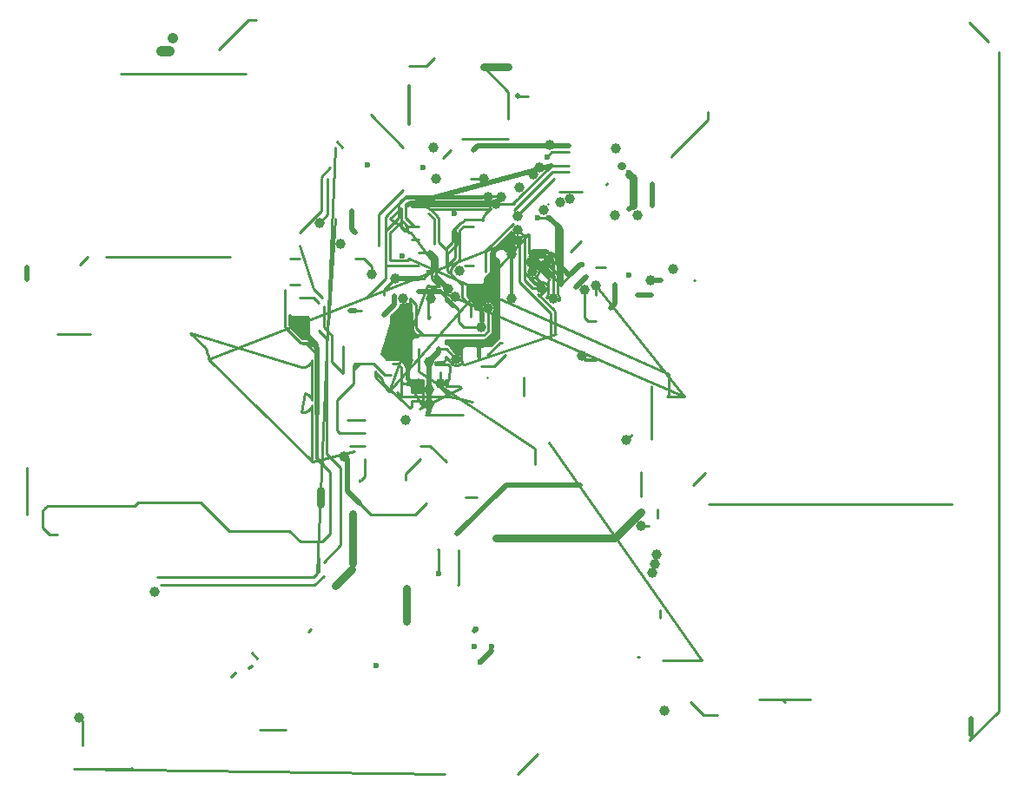
<source format=gbr>
From 723995c54131a132e8ab4bd8d9bbc1ca0eb1d3ee Mon Sep 17 00:00:00 2001
From: jaseg <git@jaseg.net>
Date: Mon, 18 Sep 2017 11:26:05 +0200
Subject: hw v0.4

---
 hw/chibi/chibi_2024/gerbers/chibi_2024-F.Cu.gbr | 1677 +++++++++++------------
 1 file changed, 837 insertions(+), 840 deletions(-)

(limited to 'hw/chibi/chibi_2024/gerbers/chibi_2024-F.Cu.gbr')

diff --git a/hw/chibi/chibi_2024/gerbers/chibi_2024-F.Cu.gbr b/hw/chibi/chibi_2024/gerbers/chibi_2024-F.Cu.gbr
index 60d154f..33791b6 100644
--- a/hw/chibi/chibi_2024/gerbers/chibi_2024-F.Cu.gbr
+++ b/hw/chibi/chibi_2024/gerbers/chibi_2024-F.Cu.gbr
@@ -1,7 +1,7 @@
 G04 #@! TF.FileFunction,Copper,L1,Top,Signal*
 %FSLAX46Y46*%
 G04 Gerber Fmt 4.6, Leading zero omitted, Abs format (unit mm)*
-G04 Created by KiCad (PCBNEW 4.0.6) date Wed Sep  6 14:36:40 2017*
+G04 Created by KiCad (PCBNEW 4.0.6) date Mon Sep 18 11:29:53 2017*
 %MOMM*%
 %LPD*%
 G01*
@@ -40,8 +40,8 @@ G04 APERTURE LIST*
 %ADD41C,0.600000*%
 %ADD42C,1.000000*%
 %ADD43C,1.000000*%
-%ADD44C,0.500000*%
-%ADD45C,0.254000*%
+%ADD44C,0.254000*%
+%ADD45C,0.500000*%
 %ADD46C,0.800000*%
 %ADD47C,0.350000*%
 %ADD48C,0.250000*%
@@ -455,18 +455,17 @@ X120650000Y-60960000D03*
 X130810000Y-60960000D03*
 X123190000Y-60960000D03*
 D41*
+X102900000Y-67000000D03*
+X104000000Y-67000000D03*
+X90297000Y-81153000D03*
 X96393000Y-79121000D03*
 X95885000Y-79121000D03*
-X94869000Y-79248000D03*
-X94234000Y-79121000D03*
-X90297000Y-81153000D03*
 X98806000Y-98298000D03*
 X93218000Y-101727000D03*
 X107188000Y-71628000D03*
 X111760000Y-72644000D03*
 X89662000Y-70739000D03*
 X92329000Y-72390000D03*
-X104013000Y-67056000D03*
 D42*
 X92710000Y-60198000D03*
 X92964000Y-63246000D03*
@@ -489,6 +488,7 @@ D41*
 X97300000Y-110400000D03*
 X96700000Y-108900000D03*
 X98400000Y-108900000D03*
+X103825000Y-61075000D03*
 X111800000Y-62650000D03*
 X87100000Y-110750000D03*
 X96850000Y-107200000D03*
@@ -513,7 +513,6 @@ X80400000Y-78600000D03*
 X94725000Y-66575000D03*
 X86300000Y-61900000D03*
 X91675000Y-62100000D03*
-X103825000Y-61075000D03*
 D42*
 X115290600Y-115109000D03*
 X89000000Y-72975000D03*
@@ -556,6 +555,8 @@ X110425000Y-66800000D03*
 X112600000Y-66800000D03*
 X110500000Y-60275000D03*
 X104075000Y-59950000D03*
+X93425000Y-83200000D03*
+X91300000Y-83200000D03*
 X114300000Y-100800000D03*
 X111500000Y-88750000D03*
 X114500000Y-99900000D03*
@@ -644,11 +645,11 @@ X102425000Y-62800000D03*
 X105050000Y-65525000D03*
 X106025000Y-65200000D03*
 X103075000Y-62100000D03*
-X107442000Y-74041000D03*
+X99300000Y-65000000D03*
 X103251000Y-73914000D03*
+X107442000Y-74041000D03*
 X100965000Y-68199000D03*
 X100950000Y-66900000D03*
-X98025000Y-64975000D03*
 X100965000Y-69215000D03*
 X98806000Y-65659000D03*
 X107188000Y-80518000D03*
@@ -657,18 +658,19 @@ X103505000Y-66294000D03*
 X101125000Y-64075000D03*
 X113000000Y-97100000D03*
 X114100000Y-101700000D03*
+X104000000Y-71100000D03*
 X102362000Y-72263000D03*
-X103632000Y-71628000D03*
 X95250000Y-72175000D03*
 X94875000Y-74775000D03*
 X94200000Y-73975000D03*
 X104394000Y-74930000D03*
-X102235000Y-71374000D03*
+X102700000Y-71400000D03*
 X92456000Y-74930000D03*
 X58150000Y-115800000D03*
 X65532000Y-103505000D03*
 X83642200Y-69596000D03*
 X81635600Y-67513200D03*
+X92300000Y-81100000D03*
 X90043000Y-86741000D03*
 X113919000Y-73152000D03*
 X116078000Y-72009000D03*
@@ -676,13 +678,10 @@ X97376000Y-77724000D03*
 X100330000Y-70612000D03*
 X100330000Y-74930000D03*
 X97600000Y-63250000D03*
-X94950000Y-80800000D03*
-X92275000Y-83775000D03*
 X84050000Y-90325000D03*
-X92325000Y-85225000D03*
-X98044000Y-75819000D03*
 X89789000Y-74930000D03*
 X86741000Y-72517000D03*
+X98044000Y-75819000D03*
 X108585000Y-73660000D03*
 D43*
 X67299998Y-49549998D02*
@@ -692,6 +691,15 @@ X67299998Y-49549998D01*
 X66250000Y-50750000D02*
 X67000000Y-50750000D01*
 D44*
+X104000000Y-67000000D02*
+X102900000Y-67000000D01*
+D45*
+X104800000Y-71483000D02*
+X104800000Y-67800000D01*
+X104800000Y-67800000D02*
+X104000000Y-67000000D01*
+X105918000Y-72601000D02*
+X104800000Y-71483000D01*
 X98806000Y-74168000D02*
 X98171000Y-73533000D01*
 X98806000Y-78486000D02*
@@ -700,20 +708,16 @@ X98171000Y-79121000D02*
 X98806000Y-78486000D01*
 X96393000Y-79121000D02*
 X98171000Y-79121000D01*
-D45*
+D44*
 X98171000Y-73533000D02*
 X97494000Y-74210000D01*
-D44*
+D45*
 X88550000Y-80175000D02*
 X89319000Y-80175000D01*
-X95885000Y-79121000D02*
-X96393000Y-79121000D01*
-X94361000Y-79248000D02*
-X94869000Y-79248000D01*
-X94234000Y-79121000D02*
-X94361000Y-79248000D01*
 X89319000Y-80175000D02*
 X90297000Y-81153000D01*
+X95885000Y-79121000D02*
+X96393000Y-79121000D01*
 D46*
 X97600000Y-52325000D02*
 X99975000Y-52325000D01*
@@ -743,7 +747,7 @@ X113000000Y-95749300D02*
 X110451300Y-98298000D01*
 X110451300Y-98298000D02*
 X98806000Y-98298000D01*
-D45*
+D44*
 X95885000Y-94275000D02*
 X96987000Y-94275000D01*
 X96987000Y-94275000D02*
@@ -752,7 +756,7 @@ X93150000Y-99350000D02*
 X93218000Y-99418000D01*
 X93218000Y-99418000D02*
 X93218000Y-101727000D01*
-D44*
+D45*
 X114000000Y-74555000D02*
 X112655000Y-74555000D01*
 X111760000Y-73660000D02*
@@ -767,12 +771,6 @@ X107188000Y-71628000D02*
 X107047000Y-71628000D01*
 X107047000Y-71628000D02*
 X106125000Y-72550000D01*
-D45*
-X105156000Y-73519000D02*
-X105156000Y-68199000D01*
-X105156000Y-68199000D02*
-X104965500Y-68008500D01*
-D44*
 X106125000Y-72550000D02*
 X105156000Y-73519000D01*
 X105156000Y-83331000D02*
@@ -797,7 +795,7 @@ X87884000Y-74615000D02*
 X87884000Y-74091000D01*
 X87884000Y-74091000D02*
 X89000000Y-72975000D01*
-D45*
+D44*
 X91250000Y-69130000D02*
 X90636000Y-69130000D01*
 X90636000Y-69130000D02*
@@ -808,14 +806,11 @@ X92329000Y-72390000D02*
 X91779000Y-72940000D01*
 X91779000Y-72940000D02*
 X91250000Y-72940000D01*
-D44*
+D45*
 X91215000Y-72975000D02*
 X89000000Y-72975000D01*
 X91250000Y-72940000D02*
 X91215000Y-72975000D01*
-D45*
-X104013000Y-67056000D02*
-X104965500Y-68008500D01*
 D47*
 X90375000Y-57863000D02*
 X90375000Y-54150000D01*
@@ -850,7 +845,7 @@ X73400000Y-111500000D02*
 X73100000Y-111800000D01*
 X74993500Y-110806500D02*
 X74800000Y-111000000D01*
-D44*
+D45*
 X112200000Y-65825000D02*
 X111800000Y-66225000D01*
 X112405000Y-71905000D02*
@@ -878,6 +873,12 @@ X97300000Y-110400000D02*
 X98400000Y-109300000D01*
 X96700000Y-107350000D02*
 X96850000Y-107200000D01*
+D44*
+X104275000Y-60625000D02*
+X103825000Y-61075000D01*
+X105950000Y-60625000D02*
+X104275000Y-60625000D01*
+D46*
 X110998000Y-61976000D02*
 X111126000Y-61976000D01*
 X111800000Y-62650000D02*
@@ -898,7 +899,7 @@ X112200000Y-65825000D02*
 X112200000Y-63178000D01*
 X112200000Y-63178000D02*
 X111800000Y-62778000D01*
-D45*
+D44*
 X100076000Y-69342000D02*
 X99568000Y-69342000D01*
 X99568000Y-69342000D02*
@@ -982,7 +983,7 @@ X63182500Y-120840500D02*
 X63309500Y-120713500D01*
 X63182500Y-120840500D02*
 X58610000Y-120840500D01*
-D45*
+D44*
 X75569500Y-110050000D02*
 X74993500Y-109474000D01*
 X112649000Y-117475000D02*
@@ -1039,10 +1040,6 @@ X100050000Y-57375000D02*
 X100050000Y-54775000D01*
 X100050000Y-54775000D02*
 X97600000Y-52325000D01*
-X105950000Y-60625000D02*
-X104275000Y-60625000D01*
-X104275000Y-60625000D02*
-X103825000Y-61075000D01*
 X115200000Y-115199600D02*
 X115290600Y-115109000D01*
 X104025000Y-89001140D02*
@@ -1082,7 +1079,7 @@ X118872000Y-110236000D01*
 D48*
 X119020000Y-115570000D02*
 X120396000Y-115570000D01*
-D45*
+D44*
 X100914200Y-121285000D02*
 X102870000Y-119329200D01*
 X93853000Y-121285000D02*
@@ -1115,7 +1112,7 @@ X57658000Y-120840500D01*
 D48*
 X117750000Y-114300000D02*
 X119020000Y-115570000D01*
-D45*
+D44*
 X118872000Y-110236000D02*
 X115062000Y-110236000D01*
 X57244750Y-73709250D02*
@@ -1235,7 +1232,7 @@ X119545100Y-94970600D02*
 X127000000Y-94970600D01*
 X127000000Y-94970600D02*
 X143306800Y-94970600D01*
-D45*
+D44*
 X79723000Y-77343000D02*
 X79959200Y-77343000D01*
 D46*
@@ -1253,7 +1250,7 @@ X81762600Y-93624400D02*
 X81762600Y-94970600D01*
 X81762600Y-94970600D02*
 X81737200Y-94996000D01*
-D45*
+D44*
 X85514000Y-92646500D02*
 X85514000Y-92803800D01*
 X85514000Y-92803800D02*
@@ -1271,7 +1268,7 @@ X85664000Y-92646500D02*
 X86073000Y-92237500D01*
 X86073000Y-92237500D02*
 X86073000Y-90551000D01*
-D45*
+D44*
 X118033800Y-93129100D02*
 X119240300Y-91922600D01*
 X117991540Y-93829100D02*
@@ -1307,7 +1304,7 @@ X53108860Y-91410000D02*
 X53108860Y-93800000D01*
 X53108860Y-93800000D02*
 X53108860Y-96012000D01*
-D45*
+D44*
 X112649000Y-109855000D02*
 X112795000Y-109855000D01*
 D49*
@@ -1382,7 +1379,7 @@ X53035200Y-99542600D02*
 X53108860Y-99542600D01*
 X53108860Y-99468940D02*
 X53035200Y-99542600D01*
-D44*
+D45*
 X53108860Y-71882000D02*
 X53108860Y-73047860D01*
 X53108860Y-73047860D02*
@@ -1435,7 +1432,7 @@ X99822000Y-93091000D02*
 X107061000Y-93091000D01*
 X95050000Y-97863000D02*
 X99822000Y-93091000D01*
-D44*
+D45*
 X106600000Y-73800000D02*
 X107629000Y-72771000D01*
 X107629000Y-72771000D02*
@@ -1456,7 +1453,7 @@ X100050000Y-59975000D02*
 X97081000Y-59975000D01*
 X97081000Y-59975000D02*
 X96604000Y-60452000D01*
-D44*
+D45*
 X100900000Y-55150000D02*
 X100950000Y-55100000D01*
 X100950000Y-55100000D02*
@@ -1474,7 +1471,7 @@ X105950000Y-59975000D02*
 X102000000Y-59975000D01*
 X102000000Y-59975000D02*
 X100050000Y-59975000D01*
-D44*
+D45*
 X114100000Y-65825000D02*
 X114100000Y-63700000D01*
 X110675000Y-60275000D02*
@@ -1505,7 +1502,7 @@ X110000000Y-75825000D02*
 X110425000Y-75400000D01*
 X110425000Y-75400000D02*
 X110425000Y-73600000D01*
-D45*
+D44*
 X100900000Y-55150000D02*
 X102000000Y-55150000D01*
 X101900000Y-55100000D02*
@@ -1525,7 +1522,7 @@ X95150000Y-99450000D02*
 X95150000Y-102850360D01*
 X95150000Y-102850360D02*
 X95130360Y-102870000D01*
-D45*
+D44*
 X95150000Y-99450000D02*
 X95150000Y-102850360D01*
 X95150000Y-102850360D02*
@@ -1587,7 +1584,7 @@ X93642000Y-61214000D02*
 X94404000Y-60452000D01*
 X100050000Y-59325000D02*
 X95504000Y-59325000D01*
-D45*
+D44*
 X86650060Y-57000000D02*
 X89800060Y-60150000D01*
 X89800060Y-60150000D02*
@@ -1618,6 +1615,10 @@ X90375000Y-52250000D02*
 X92052800Y-52250000D01*
 X92052800Y-52250000D02*
 X92801920Y-51500880D01*
+X89634060Y-83000000D02*
+X89834060Y-83200000D01*
+X91300000Y-83200000D02*
+X89834060Y-83200000D01*
 X82500000Y-75565000D02*
 X82500000Y-77420000D01*
 X82500000Y-77420000D02*
@@ -1657,16 +1658,14 @@ X83150000Y-67125000D01*
 X88750000Y-81275000D02*
 X89250000Y-81275000D01*
 X89634060Y-81659060D02*
+X89634060Y-83000000D01*
+X89634060Y-83000000D02*
 X89634060Y-84455000D01*
 X89250000Y-81275000D02*
 X89634060Y-81659060D01*
-X88750000Y-81275000D02*
-X89075000Y-81275000D01*
-X89075000Y-81275000D02*
-X89050000Y-81275000D01*
-X89050000Y-81275000D02*
-X89050000Y-81250000D01*
 X93425000Y-82100000D02*
+X93425000Y-83200000D01*
+X93425000Y-83200000D02*
 X93425000Y-83546940D01*
 X93425000Y-83546940D02*
 X94361000Y-84482940D01*
@@ -1679,8 +1678,6 @@ X96520000Y-85006000D01*
 D48*
 X89204800Y-84025740D02*
 X89634060Y-84455000D01*
-X94361000Y-84482940D02*
-X89662000Y-84482940D01*
 X89662000Y-84482940D02*
 X89634060Y-84455000D01*
 X114800000Y-102100000D02*
@@ -1701,7 +1698,7 @@ X112000000Y-88250000D02*
 X112000000Y-88200000D01*
 X111500000Y-88750000D02*
 X112000000Y-88250000D01*
-D45*
+D44*
 X114000000Y-83445000D02*
 X114000000Y-88650000D01*
 X114000000Y-88650000D02*
@@ -1741,7 +1738,7 @@ X119507000Y-57454800D02*
 X115951000Y-61010800D01*
 X119507000Y-56692800D02*
 X119507000Y-57454800D01*
-D45*
+D44*
 X115951000Y-61074300D02*
 X115951000Y-61010800D01*
 X115951000Y-63538100D02*
@@ -2021,7 +2018,7 @@ X71839000Y-50589000D02*
 X74676000Y-47752000D01*
 X74676000Y-47752000D02*
 X75438000Y-47752000D01*
-D45*
+D44*
 X83305650Y-59620150D02*
 X83858100Y-60172600D01*
 X83858100Y-60172600D02*
@@ -2205,7 +2202,7 @@ X80772000Y-107188000D02*
 X80518000Y-107442000D01*
 X75819000Y-116967000D02*
 X78359000Y-116967000D01*
-D45*
+D44*
 X118200000Y-73160000D02*
 X118118000Y-73160000D01*
 X118118000Y-73160000D02*
@@ -2247,77 +2244,85 @@ X82677000Y-92029000D02*
 X82677000Y-91839000D01*
 X82677000Y-91839000D02*
 X81851000Y-91013000D01*
+X81100000Y-80100000D02*
+X81300000Y-80300000D01*
+X81300000Y-86700000D02*
+X81356200Y-86700000D01*
+X81300000Y-80300000D02*
+X81300000Y-86700000D01*
+X81356200Y-85600000D02*
+X81356200Y-86700000D01*
+X81356200Y-86700000D02*
+X81356200Y-90525600D01*
+X81356200Y-90525600D02*
+X81305400Y-90474800D01*
+X81969000Y-91131000D02*
+X81356200Y-90518200D01*
+X81356200Y-90518200D02*
+X81356200Y-85600000D01*
+X81356200Y-85600000D02*
+X81356200Y-90518200D01*
+X81969000Y-91131000D02*
+X81978000Y-91140000D01*
+X79765865Y-79234135D02*
+X80234135Y-79234135D01*
+X80234135Y-79234135D02*
+X81100000Y-80100000D01*
 X81356200Y-90518200D02*
 X81851000Y-91013000D01*
 X81978000Y-91140000D02*
 X81978000Y-91147400D01*
 X81851000Y-91013000D02*
 X81978000Y-91140000D01*
-D45*
+D44*
 X54914800Y-95326200D02*
 X55118000Y-95123000D01*
-X63627000Y-95123000D02*
-X63931800Y-94818200D01*
-X55118000Y-95123000D02*
-X63627000Y-95123000D01*
-X63931800Y-94818200D02*
-X70027800Y-94818200D01*
 D48*
-X70053200Y-94818200D02*
-X72821800Y-97586800D01*
-X72821800Y-97586800D02*
-X78689200Y-97586800D01*
-X78689200Y-97586800D02*
-X79756000Y-98653600D01*
-X79756000Y-98653600D02*
-X81915000Y-98653600D01*
-X81915000Y-98653600D02*
-X82677000Y-97891600D01*
+X54914800Y-95326200D02*
+X54610000Y-95631000D01*
+X54610000Y-95631000D02*
+X54610000Y-97282000D01*
+X54610000Y-97282000D02*
+X55306000Y-97978000D01*
+X70027800Y-94818200D02*
+X70053200Y-94818200D01*
 X82677000Y-97891600D02*
 X82677000Y-92029000D01*
+X81915000Y-98653600D02*
+X82677000Y-97891600D01*
+X79756000Y-98653600D02*
+X81915000Y-98653600D01*
+X78689200Y-97586800D02*
+X79756000Y-98653600D01*
+X72821800Y-97586800D02*
+X78689200Y-97586800D01*
+X70053200Y-94818200D02*
+X72821800Y-97586800D01*
+D44*
+X63931800Y-94818200D02*
+X70027800Y-94818200D01*
+X55118000Y-95123000D02*
+X63627000Y-95123000D01*
+X63627000Y-95123000D02*
+X63931800Y-94818200D01*
+D48*
 X82677000Y-92029000D02*
 X82677000Y-91846400D01*
 X82677000Y-91846400D02*
 X81978000Y-91147400D01*
-X70027800Y-94818200D02*
-X70053200Y-94818200D01*
-X54610000Y-97282000D02*
-X55306000Y-97978000D01*
-X54610000Y-95631000D02*
-X54610000Y-97282000D01*
-X54914800Y-95326200D02*
-X54610000Y-95631000D01*
 X81978000Y-91147400D02*
 X81305400Y-90474800D01*
 X55306000Y-97978000D02*
 X56111140Y-97978000D01*
-X81356200Y-84663000D02*
-X81356200Y-90518200D01*
-D45*
+D44*
 X78688365Y-78156635D02*
 X78232000Y-77700270D01*
 D48*
 X78688365Y-78156635D02*
-X79779730Y-79248000D01*
-X79779730Y-79248000D02*
-X80899000Y-79248000D01*
-X80899000Y-79248000D02*
-X81216500Y-79565500D01*
+X79765865Y-79234135D01*
 X79723000Y-73533000D02*
 X78740000Y-73533000D01*
-D45*
-X81356200Y-79705200D02*
-X81356200Y-84663000D01*
-X81356200Y-84663000D02*
-X81356200Y-86182200D01*
-X81216500Y-79565500D02*
-X81356200Y-79705200D01*
-D48*
-X81305400Y-90474800D02*
-X81305400Y-86182200D01*
-X81305400Y-86182200D02*
-X81356200Y-86182200D01*
-D45*
+D44*
 X78232000Y-77700270D02*
 X78232000Y-74041000D01*
 X78232000Y-74041000D02*
@@ -2349,7 +2354,7 @@ X81788000Y-63195200D02*
 X81788000Y-66388000D01*
 X81788000Y-66388000D02*
 X79723000Y-68453000D01*
-D45*
+D44*
 X81788000Y-63017400D02*
 X82638900Y-62166500D01*
 X82638900Y-62166500D02*
@@ -2381,7 +2386,7 @@ X105950000Y-62575000D02*
 X104300000Y-62575000D01*
 X104300000Y-62575000D02*
 X100581000Y-66294000D01*
-D45*
+D44*
 X106125000Y-70350000D02*
 X107110000Y-69365000D01*
 X107110000Y-69365000D02*
@@ -2439,7 +2444,7 @@ X98650000Y-81550000D02*
 X99750000Y-80450000D01*
 X97400000Y-81550000D02*
 X98650000Y-81550000D01*
-D45*
+D44*
 X98000000Y-82650000D02*
 X97950000Y-82600000D01*
 X97950000Y-82600000D02*
@@ -2469,7 +2474,7 @@ X99425000Y-79250000D02*
 X99200000Y-79250000D01*
 X99150000Y-79300000D02*
 X98000000Y-80450000D01*
-D45*
+D44*
 X101500000Y-82650000D02*
 X101500000Y-84423860D01*
 X101500000Y-84423860D02*
@@ -2500,24 +2505,36 @@ X102900000Y-61925000D02*
 X103075000Y-62100000D01*
 X109495000Y-71905000D02*
 X108600000Y-71905000D01*
+D48*
+X88075000Y-68700000D02*
+X88075000Y-66925000D01*
+X88075000Y-66925000D02*
+X89700000Y-65300000D01*
+D44*
+X99300000Y-65000000D02*
+X99200000Y-64900000D01*
+X99200000Y-64900000D02*
+X90100000Y-64900000D01*
+X90100000Y-64900000D02*
+X89700000Y-65300000D01*
+X102414000Y-73914000D02*
+X103251000Y-73914000D01*
+X101600000Y-73100000D02*
+X102414000Y-73914000D01*
+X101600000Y-71400000D02*
+X101600000Y-73100000D01*
+X101600000Y-71400000D02*
+X101600000Y-70993000D01*
+X107442000Y-74041000D02*
+X107442000Y-75946000D01*
+X107442000Y-75946000D02*
+X107442000Y-76742000D01*
 X108600000Y-77095000D02*
 X107795000Y-77095000D01*
 X107795000Y-77095000D02*
 X107442000Y-76742000D01*
 X107442000Y-76742000D02*
 X107569000Y-76869000D01*
-X107442000Y-75946000D02*
-X107442000Y-76742000D01*
-X107442000Y-74041000D02*
-X107442000Y-75946000D01*
-X103251000Y-73914000D02*
-X103124000Y-73914000D01*
-X103124000Y-73914000D02*
-X102362000Y-73152000D01*
-X102108000Y-72898000D02*
-X102362000Y-73152000D01*
-X102362000Y-73152000D02*
-X103124000Y-73914000D01*
 X88075000Y-72263000D02*
 X88075000Y-72961000D01*
 X86233000Y-74803000D02*
@@ -2526,28 +2543,18 @@ X88075000Y-72961000D02*
 X86233000Y-74803000D01*
 X107795000Y-77095000D02*
 X107569000Y-76869000D01*
-X102108000Y-72898000D02*
-X101600000Y-72390000D01*
 X101600000Y-70993000D02*
 X101600000Y-68834000D01*
-X101600000Y-72390000D02*
-X101600000Y-70993000D01*
 X101600000Y-68834000D02*
 X100965000Y-68199000D01*
 X108600000Y-77095000D02*
 X107945000Y-77095000D01*
-X97500000Y-64975000D02*
-X97375000Y-65100000D01*
-X98025000Y-64975000D02*
-X97500000Y-64975000D01*
 D48*
 X88075000Y-71625000D02*
 X88120000Y-71670000D01*
 X88120000Y-71670000D02*
 X91250000Y-71670000D01*
-X89325000Y-67075000D02*
-X88075000Y-68325000D01*
-X88075000Y-68325000D02*
+X88075000Y-68700000D02*
 X88075000Y-71625000D01*
 X88075000Y-71625000D02*
 X88075000Y-72263000D01*
@@ -2557,51 +2564,48 @@ X104475000Y-63225000D02*
 X100950000Y-66750000D01*
 X100950000Y-66750000D02*
 X100950000Y-66900000D01*
-X97375000Y-65100000D02*
-X89900000Y-65100000D01*
-X89900000Y-65100000D02*
-X89325000Y-65675000D01*
-X89325000Y-65675000D02*
-X89325000Y-67075000D01*
-D45*
+D44*
+X91250000Y-67860000D02*
+X90860000Y-67860000D01*
+X90860000Y-67860000D02*
+X90025000Y-67025000D01*
+D48*
+X101237500Y-64937500D02*
+X100516000Y-65659000D01*
+X100516000Y-65659000D02*
+X98806000Y-65659000D01*
+X101237500Y-64937500D02*
+X104250000Y-61925000D01*
+X104250000Y-61925000D02*
+X105950000Y-61925000D01*
+X90150000Y-65750000D02*
+X90500000Y-65400000D01*
+X90500000Y-65400000D02*
+X98547000Y-65400000D01*
+X98547000Y-65400000D02*
+X98806000Y-65659000D01*
+D44*
 X104140000Y-76327000D02*
 X101092000Y-73279000D01*
 X101092000Y-73279000D02*
 X101092000Y-72644000D01*
-X98872000Y-65725000D02*
-X99634000Y-65725000D01*
 X101092000Y-72644000D02*
 X101092000Y-69342000D01*
 X101092000Y-69342000D02*
 X100965000Y-69215000D01*
-X98806000Y-65659000D02*
-X98872000Y-65725000D01*
 X104140000Y-78740000D02*
 X104140000Y-76327000D01*
-D48*
-X99695000Y-65725000D02*
-X100450000Y-65725000D01*
 D47*
 X108600000Y-80905000D02*
 X107575000Y-80905000D01*
 X107575000Y-80905000D02*
 X107188000Y-80518000D01*
 D48*
-X104250000Y-61925000D02*
-X105950000Y-61925000D01*
-X90085000Y-67860000D02*
-X90025000Y-67800000D01*
-X90025000Y-67800000D02*
+X90025000Y-67025000D02*
 X90025000Y-65875000D01*
 X90025000Y-65875000D02*
-X90175000Y-65725000D01*
-X90175000Y-65725000D02*
-X99695000Y-65725000D01*
-X91250000Y-67860000D02*
-X90085000Y-67860000D01*
-X100450000Y-65725000D02*
-X104250000Y-61925000D01*
-D45*
+X90150000Y-65750000D01*
+D44*
 X98100000Y-70025000D02*
 X100525000Y-67600000D01*
 X100525000Y-67600000D02*
@@ -2629,7 +2633,7 @@ X97850000Y-70275000D02*
 X98100000Y-70025000D01*
 X97850000Y-72250000D02*
 X97850000Y-70275000D01*
-D45*
+D44*
 X103886000Y-65659000D02*
 X103886000Y-65664000D01*
 X103505000Y-66040000D02*
@@ -2665,7 +2669,7 @@ X106900000Y-64525000D02*
 X105025000Y-64525000D01*
 X107175000Y-64525000D02*
 X106900000Y-64525000D01*
-D45*
+D44*
 X109537500Y-63787500D02*
 X109700000Y-63625000D01*
 X109700000Y-63625000D02*
@@ -2679,7 +2683,7 @@ X89800000Y-64325000D02*
 X87425000Y-66700000D01*
 X87425000Y-66700000D02*
 X87425000Y-69725000D01*
-D45*
+D44*
 X100875000Y-64325000D02*
 X101125000Y-64075000D01*
 D48*
@@ -2704,20 +2708,20 @@ X147828000Y-50828000D02*
 X147828000Y-115172000D01*
 X147828000Y-115172000D02*
 X145000000Y-118000000D01*
-D45*
+D44*
 X146812000Y-49812000D02*
 X145000000Y-48000000D01*
 D49*
 X121250000Y-112903000D02*
 X123571000Y-112903000D01*
-D45*
+D44*
 X127000000Y-114300000D02*
 X126700000Y-114000000D01*
 X126700000Y-114000000D02*
 X124500000Y-114000000D01*
 X129500000Y-114000000D02*
 X124500000Y-114000000D01*
-D44*
+D45*
 X145161000Y-117475000D02*
 X145161000Y-115849400D01*
 D49*
@@ -2745,7 +2749,7 @@ X123571000Y-112903000D02*
 X124968000Y-114300000D01*
 X104178100Y-112903000D02*
 X109258100Y-112903000D01*
-D45*
+D44*
 X86073000Y-86741000D02*
 X84371000Y-86741000D01*
 X84371000Y-86741000D02*
@@ -2777,7 +2781,7 @@ X91473000Y-90551000D02*
 X89982000Y-92042000D01*
 X89982000Y-92042000D02*
 X89982000Y-92646500D01*
-D45*
+D44*
 X86073000Y-89281000D02*
 X84625000Y-89281000D01*
 X84625000Y-89281000D02*
@@ -2799,7 +2803,7 @@ X114800000Y-106100000D02*
 X114800000Y-105350000D01*
 X114800000Y-105350000D02*
 X114800000Y-105449300D01*
-D45*
+D44*
 X113000000Y-91850000D02*
 X113000000Y-94250700D01*
 D48*
@@ -2811,7 +2815,7 @@ X113000000Y-97100000D02*
 X113750000Y-97100000D01*
 X114100000Y-101650700D02*
 X114100000Y-101700000D01*
-D45*
+D44*
 X114550000Y-95525000D02*
 X114550000Y-96300000D01*
 X91473000Y-89281000D02*
@@ -2829,7 +2833,7 @@ X93980000Y-90871000D02*
 X92390000Y-89281000D01*
 X92390000Y-89281000D02*
 X91473000Y-89281000D01*
-D45*
+D44*
 X91300000Y-79851140D02*
 X91300000Y-82025000D01*
 X91300000Y-82025000D02*
@@ -2843,33 +2847,41 @@ X102675000Y-89551140D01*
 X102675000Y-89551140D02*
 X102675000Y-91075000D01*
 D48*
+X94400000Y-72450000D02*
+X94400000Y-72000000D01*
+X95300000Y-71100000D02*
+X95300000Y-68250000D01*
+X94400000Y-72000000D02*
+X95300000Y-71100000D01*
 X95550000Y-73750000D02*
 X95550000Y-73600000D01*
-X94125000Y-70550000D02*
-X95050000Y-69625000D01*
-X94125000Y-72175000D02*
-X94125000Y-70550000D01*
 X95550000Y-73600000D02*
-X94125000Y-72175000D01*
+X94400000Y-72450000D01*
 X96350000Y-76025000D02*
 X96350000Y-75625000D01*
 X95550000Y-74825000D02*
 X95550000Y-73750000D01*
 X96350000Y-75625000D02*
 X95550000Y-74825000D01*
-X95050000Y-68500000D02*
+X95300000Y-68250000D02*
 X95690000Y-67860000D01*
-X95050000Y-69625000D02*
-X95050000Y-68500000D01*
 X95690000Y-67860000D02*
 X96650000Y-67860000D01*
 X96350000Y-76675000D02*
 X96350000Y-76025000D01*
-D45*
-X102997000Y-71628000D02*
-X103632000Y-71628000D01*
+D44*
+X102700000Y-70600000D02*
+X103500000Y-70600000D01*
+X103500000Y-70600000D02*
+X104000000Y-71100000D01*
 X102362000Y-72263000D02*
-X102997000Y-71628000D01*
+X102100000Y-72001000D01*
+X102600000Y-70600000D02*
+X102700000Y-70600000D01*
+X102100000Y-71100000D02*
+X102600000Y-70600000D01*
+X102100000Y-72001000D02*
+X102100000Y-71100000D01*
 D48*
 X96650000Y-71670000D02*
 X95755000Y-71670000D01*
@@ -2893,7 +2905,21 @@ X92775000Y-67150000D02*
 X92775000Y-69575000D01*
 X92215000Y-66590000D02*
 X92775000Y-67150000D01*
-D45*
+D44*
+X87150000Y-81550000D02*
+X87975000Y-82375000D01*
+X87975000Y-82375000D02*
+X88550000Y-82375000D01*
+X86200000Y-81280000D02*
+X86880000Y-81280000D01*
+X86880000Y-81280000D02*
+X87150000Y-81550000D01*
+X84950000Y-82100000D02*
+X84950000Y-81850000D01*
+X84950000Y-81850000D02*
+X85520000Y-81280000D01*
+X86200000Y-81280000D02*
+X85520000Y-81280000D01*
 X83566000Y-88011000D02*
 X83312000Y-87757000D01*
 X83820000Y-84328000D02*
@@ -2902,54 +2928,40 @@ X83312000Y-84836000D02*
 X83820000Y-84328000D01*
 X83312000Y-87757000D02*
 X83312000Y-84836000D01*
-X85598000Y-81250000D02*
-X85628000Y-81280000D01*
-X86905000Y-81280000D02*
-X86905000Y-81250000D01*
-X85628000Y-81280000D02*
-X86905000Y-81280000D01*
-X86000000Y-81250000D02*
-X86905000Y-81250000D01*
-X86905000Y-81250000D02*
-X86875000Y-81250000D01*
-X88000000Y-82375000D02*
-X88550000Y-82375000D01*
-X86875000Y-81250000D02*
-X88000000Y-82375000D01*
 X86073000Y-88011000D02*
 X83566000Y-88011000D01*
-X85100000Y-81250000D02*
-X85598000Y-81250000D01*
-X85598000Y-81250000D02*
-X86000000Y-81250000D01*
-X84950000Y-81400000D02*
-X85100000Y-81250000D01*
 X84950000Y-83200000D02*
-X84950000Y-81400000D01*
+X84950000Y-82100000D01*
 X83820000Y-84330000D02*
 X84950000Y-83200000D01*
 D48*
 X93012500Y-72787500D02*
 X93012500Y-72087500D01*
-X94200000Y-73975000D02*
-X93012500Y-72787500D01*
-X93012500Y-71012500D02*
-X93012500Y-72087500D01*
-X93012500Y-71012500D02*
-X92400000Y-70400000D01*
 X92400000Y-70400000D02*
 X91250000Y-70400000D01*
-D45*
+X93012500Y-71012500D02*
+X92400000Y-70400000D01*
+X93012500Y-71012500D02*
+X93012500Y-72087500D01*
+X94200000Y-73975000D02*
+X93012500Y-72787500D01*
+X103050000Y-71450000D02*
+X104400000Y-72800000D01*
+D44*
 X104394000Y-74930000D02*
-X104394000Y-72898000D01*
-X102743000Y-70866000D02*
-X102235000Y-71374000D01*
-X104013000Y-70866000D02*
-X102743000Y-70866000D01*
-X104394000Y-71247000D02*
-X104013000Y-70866000D01*
-X104394000Y-72898000D02*
-X104394000Y-71247000D01*
+X104394000Y-73200000D01*
+D48*
+X102700000Y-71400000D02*
+X102896000Y-71400000D01*
+X102896000Y-71400000D02*
+X103000000Y-71400000D01*
+X103000000Y-71400000D02*
+X103050000Y-71450000D01*
+X104400000Y-72800000D02*
+X104400000Y-73200000D01*
+X104400000Y-73200000D02*
+X104394000Y-73200000D01*
+D44*
 X92250000Y-75136000D02*
 X92250000Y-76848860D01*
 X92456000Y-74930000D02*
@@ -2961,7 +2973,7 @@ X92423860Y-76675000D02*
 X92250000Y-76848860D01*
 X59248000Y-78420000D02*
 X56111140Y-78420000D01*
-D45*
+D44*
 X79723000Y-70993000D02*
 X78740000Y-70993000D01*
 X78232000Y-71501000D02*
@@ -3003,7 +3015,7 @@ X58486000Y-116136000D02*
 X58486000Y-117706140D01*
 X58150000Y-115800000D02*
 X58486000Y-116136000D01*
-D45*
+D44*
 X82346800Y-78825000D02*
 X81525000Y-78003200D01*
 X81525000Y-78003200D02*
@@ -3013,13 +3025,13 @@ X81026000Y-74803000D02*
 X79723000Y-74803000D01*
 X81525000Y-75302000D02*
 X81026000Y-74803000D01*
-D45*
+D44*
 X58486000Y-117706140D02*
 X58486000Y-118511500D01*
 D48*
 X58486000Y-117706140D02*
 X58486000Y-118557000D01*
-D45*
+D44*
 X82346800Y-90068400D02*
 X83693000Y-91414600D01*
 X82042000Y-100609400D02*
@@ -3031,22 +3043,24 @@ X81153000Y-102870000D02*
 X66167000Y-102870000D01*
 X82042000Y-101981000D02*
 X81153000Y-102870000D01*
-D45*
+D44*
 X82346800Y-78825000D02*
 X82346800Y-90068400D01*
 X83693000Y-91414600D02*
 X83693000Y-98958400D01*
 X83693000Y-98958400D02*
 X82042000Y-100609400D01*
+X82409000Y-78091000D02*
+X82800000Y-78482000D01*
+X82800000Y-81125000D02*
+X83900000Y-82225000D01*
+X82800000Y-78482000D02*
+X82800000Y-81125000D01*
 X82025000Y-75692000D02*
 X82025000Y-77707000D01*
 X82025000Y-77707000D02*
 X82296000Y-77978000D01*
-X83900000Y-79756000D02*
-X83900000Y-79582000D01*
-X83900000Y-82225000D02*
-X83900000Y-79756000D01*
-X83900000Y-79582000D02*
+X82409000Y-78091000D02*
 X82296000Y-77978000D01*
 X81884000Y-74834000D02*
 X81026000Y-73976000D01*
@@ -3069,7 +3083,7 @@ X79723000Y-69723000D01*
 D48*
 X60832500Y-70866000D02*
 X72898000Y-70866000D01*
-D45*
+D44*
 X59008500Y-70866000D02*
 X58229000Y-71645500D01*
 X56111140Y-72832000D02*
@@ -3089,7 +3103,7 @@ X65786000Y-102108000D02*
 X81026000Y-102108000D01*
 X81026000Y-102108000D02*
 X81356200Y-101777800D01*
-D45*
+D44*
 X81584800Y-101549200D02*
 X81584800Y-100203000D01*
 X81356200Y-101777800D02*
@@ -3147,7 +3161,7 @@ X83172300Y-60210700D01*
 D48*
 X82423000Y-65379600D02*
 X82423000Y-63215402D01*
-D45*
+D44*
 X81635600Y-67513200D02*
 X82423000Y-66725800D01*
 X82423000Y-66725800D02*
@@ -3159,6 +3173,24 @@ X82423000Y-65379600D01*
 D48*
 X62230000Y-53020000D02*
 X74472800Y-53020000D01*
+D44*
+X94950000Y-75750000D02*
+X93400000Y-74200000D01*
+X92700000Y-74200000D02*
+X92700000Y-74210000D01*
+X93400000Y-74200000D02*
+X92700000Y-74200000D01*
+X92700000Y-74210000D02*
+X91250000Y-74210000D01*
+D45*
+X92300000Y-81100000D02*
+X92325000Y-81125000D01*
+X92325000Y-81125000D02*
+X92325000Y-85225000D01*
+X92300000Y-81100000D02*
+X93200000Y-80200000D01*
+X93200000Y-80200000D02*
+X93200000Y-79851140D01*
 D46*
 X83185000Y-102936000D02*
 X84775000Y-101346000D01*
@@ -3182,14 +3214,14 @@ X84836000Y-100711000D02*
 X84836000Y-95885000D01*
 X90086000Y-106402000D02*
 X90086000Y-103167000D01*
-D45*
+D44*
 X92032000Y-94932500D02*
 X90952500Y-96012000D01*
 X86593500Y-96012000D02*
 X85514000Y-94932500D01*
 X90952500Y-96012000D02*
 X86593500Y-96012000D01*
-D44*
+D45*
 X114935000Y-73152000D02*
 X113919000Y-73152000D01*
 X116078000Y-72009000D02*
@@ -3208,7 +3240,7 @@ X88900000Y-74676000D02*
 X88900000Y-75499000D01*
 X88900000Y-75499000D02*
 X87884000Y-76515000D01*
-D45*
+D44*
 X95225000Y-77216000D02*
 X95733000Y-77724000D01*
 X95733000Y-77724000D02*
@@ -3216,27 +3248,21 @@ X97376000Y-77724000D01*
 D47*
 X100330000Y-70612000D02*
 X100330000Y-74930000D01*
-D44*
+D45*
 X84800000Y-68130000D02*
 X84800000Y-66350000D01*
-D45*
+D44*
 X96400000Y-63200000D02*
 X97550000Y-63200000D01*
 X97550000Y-63200000D02*
 X97600000Y-63250000D01*
-D44*
-X94001140Y-79851140D02*
-X93200000Y-79851140D01*
-X94950000Y-80800000D02*
-X94001140Y-79851140D01*
-X92275000Y-83775000D02*
-X92300000Y-83750000D01*
-X92300000Y-83750000D02*
-X92300000Y-80751140D01*
-X92300000Y-80751140D02*
-X93200000Y-79851140D01*
+D45*
 X92202000Y-86012000D02*
 X92325000Y-85889000D01*
+D44*
+X92202000Y-86012000D02*
+X91955600Y-86258400D01*
+D45*
 X92325000Y-85889000D02*
 X92325000Y-85225000D01*
 X84050000Y-90325000D02*
@@ -3245,23 +3271,11 @@ X84328000Y-93746500D02*
 X85514000Y-94932500D01*
 X84328000Y-90603000D02*
 X84328000Y-93746500D01*
-D45*
-X91250000Y-74210000D02*
-X93435000Y-74210000D01*
+D44*
 X95225000Y-76025000D02*
 X95225000Y-77216000D01*
-X94900000Y-75700000D02*
+X94950000Y-75750000D02*
 X95225000Y-76025000D01*
-X94575000Y-75700000D02*
-X94900000Y-75700000D01*
-X93950000Y-75075000D02*
-X94575000Y-75700000D01*
-X93950000Y-74725000D02*
-X93950000Y-75075000D01*
-X93435000Y-74210000D02*
-X93950000Y-74725000D01*
-X92202000Y-86012000D02*
-X91955600Y-86258400D01*
 X92325000Y-85225000D02*
 X92325000Y-85889000D01*
 X91473000Y-86741000D02*
@@ -3275,7 +3289,7 @@ X91955600Y-86258400D02*
 X95199200Y-86258400D01*
 X95199200Y-86258400D02*
 X95572400Y-86258400D01*
-D44*
+D45*
 X85123000Y-76073000D02*
 X84627000Y-76073000D01*
 X84627000Y-76073000D02*
@@ -3300,27 +3314,35 @@ X85150000Y-76100000D02*
 X85123000Y-76073000D01*
 X85123000Y-68453000D02*
 X84800000Y-68130000D01*
-D45*
+D44*
 X85123000Y-76073000D02*
 X84455000Y-76073000D01*
 X85123000Y-76073000D02*
 X85699600Y-76073000D01*
+X95800000Y-78486000D02*
+X91686000Y-78486000D01*
+X91000000Y-77800000D02*
+X91000000Y-77000000D01*
+X91686000Y-78486000D02*
+X91000000Y-77800000D01*
 X89789000Y-74930000D02*
-X89789000Y-77470000D01*
-X89789000Y-77470000D02*
-X90805000Y-78486000D01*
+X90430000Y-74930000D01*
 X85123000Y-70993000D02*
 X85979000Y-70993000D01*
-X97663000Y-78486000D02*
-X90805000Y-78486000D01*
-X98044000Y-78105000D02*
-X97663000Y-78486000D01*
-X98044000Y-75819000D02*
-X98044000Y-78105000D01*
 X86741000Y-71755000D02*
 X86741000Y-72517000D01*
 X85979000Y-70993000D02*
 X86741000Y-71755000D01*
+X90430000Y-74930000D02*
+X91000000Y-75500000D01*
+X91000000Y-75500000D02*
+X91000000Y-77000000D01*
+X98044000Y-75819000D02*
+X98044000Y-78105000D01*
+X98044000Y-78105000D02*
+X97663000Y-78486000D01*
+X97663000Y-78486000D02*
+X95800000Y-78486000D01*
 X108600000Y-74555000D02*
 X108600000Y-73675000D01*
 X108600000Y-73675000D02*
@@ -4537,7 +4559,7 @@ X117176594Y-84490000D01*
 X115527052Y-84490000D01*
 X115546026Y-84471027D01*
 X115644441Y-84323738D01*
-X115647799Y-84306855D01*
+X115647332Y-84309202D01*
 X115679000Y-84150000D01*
 X115679000Y-82475000D01*
 X115644441Y-82301262D01*
@@ -6016,15 +6038,15 @@ X90378821Y-71059395D01*
 X90267526Y-71131012D01*
 X90208089Y-71218000D01*
 X88527000Y-71218000D01*
-X88527000Y-68512224D01*
-X89573000Y-67466224D01*
-X89573000Y-67800000D01*
-X89607406Y-67972973D01*
-X89705388Y-68119612D01*
-X89765388Y-68179612D01*
-X89912027Y-68277594D01*
-X90085000Y-68312000D01*
-X90209228Y-68312000D01*
+X88527000Y-67112224D01*
+X89573000Y-66066224D01*
+X89573000Y-67014950D01*
+X89571001Y-67025000D01*
+X89605559Y-67198738D01*
+X89703974Y-67346026D01*
+X90166594Y-67808647D01*
+X90166594Y-68160000D01*
+X90189395Y-68281179D01*
 X90261012Y-68392474D01*
 X90370286Y-68467138D01*
 X90500000Y-68493406D01*
@@ -6060,7 +6082,9 @@ X92560500Y-71199724D01*
 X92560500Y-72787500D01*
 X92594906Y-72960473D01*
 X92692888Y-73107112D01*
-X93341775Y-73756000D01*
+X93331775Y-73746000D01*
+X92700000Y-73746000D01*
+X92649727Y-73756000D01*
 X92289485Y-73756000D01*
 X92238988Y-73677526D01*
 X92129714Y-73602862D01*
@@ -7576,7 +7600,7 @@ X117176594Y-84490000D01*
 X115527052Y-84490000D01*
 X115546026Y-84471027D01*
 X115644441Y-84323738D01*
-X115647799Y-84306855D01*
+X115647332Y-84309202D01*
 X115679000Y-84150000D01*
 X115679000Y-82475000D01*
 X115644441Y-82301262D01*
@@ -9055,15 +9079,15 @@ X90378821Y-71059395D01*
 X90267526Y-71131012D01*
 X90208089Y-71218000D01*
 X88527000Y-71218000D01*
-X88527000Y-68512224D01*
-X89573000Y-67466224D01*
-X89573000Y-67800000D01*
-X89607406Y-67972973D01*
-X89705388Y-68119612D01*
-X89765388Y-68179612D01*
-X89912027Y-68277594D01*
-X90085000Y-68312000D01*
-X90209228Y-68312000D01*
+X88527000Y-67112224D01*
+X89573000Y-66066224D01*
+X89573000Y-67014950D01*
+X89571001Y-67025000D01*
+X89605559Y-67198738D01*
+X89703974Y-67346026D01*
+X90166594Y-67808647D01*
+X90166594Y-68160000D01*
+X90189395Y-68281179D01*
 X90261012Y-68392474D01*
 X90370286Y-68467138D01*
 X90500000Y-68493406D01*
@@ -9099,7 +9123,9 @@ X92560500Y-71199724D01*
 X92560500Y-72787500D01*
 X92594906Y-72960473D01*
 X92692888Y-73107112D01*
-X93341775Y-73756000D01*
+X93331775Y-73746000D01*
+X92700000Y-73746000D01*
+X92649727Y-73756000D01*
 X92289485Y-73756000D01*
 X92238988Y-73677526D01*
 X92129714Y-73602862D01*
@@ -10593,9 +10619,9 @@ X88419441Y-84001262D01*
 X88403546Y-83977474D01*
 X88321027Y-83853974D01*
 X87033406Y-82566354D01*
-X87033406Y-82050458D01*
-X87678973Y-82696026D01*
-X87766594Y-82754572D01*
+X87033406Y-82075458D01*
+X87653973Y-82696026D01*
+X87766594Y-82771277D01*
 X87766594Y-82975000D01*
 X87789395Y-83096179D01*
 X87861012Y-83207474D01*
@@ -10615,11 +10641,13 @@ X90405479Y-85615235D01*
 X90516774Y-85543618D01*
 X90591438Y-85434344D01*
 X90617706Y-85304630D01*
-X90617706Y-84934940D01*
-X91766538Y-84934940D01*
-X91698109Y-85099735D01*
-X91697891Y-85349171D01*
-X91748000Y-85470444D01*
+X90617706Y-83654000D01*
+X90867269Y-83654000D01*
+X90944369Y-83731235D01*
+X91174735Y-83826891D01*
+X91424171Y-83827109D01*
+X91654703Y-83731855D01*
+X91748000Y-83638721D01*
 X91748000Y-85472694D01*
 X91639121Y-85494352D01*
 X91370822Y-85673623D01*
@@ -10762,8 +10790,10 @@ X95449618Y-83600226D01*
 X95340344Y-83525562D01*
 X95210630Y-83499294D01*
 X94019406Y-83499294D01*
-X93879000Y-83358888D01*
-X93879000Y-82883406D01*
+X93991299Y-83471187D01*
+X94051891Y-83325265D01*
+X94052109Y-83075829D01*
+X93972601Y-82883406D01*
 X94025000Y-82883406D01*
 X94146179Y-82860605D01*
 X94257474Y-82788988D01*
@@ -10774,22 +10804,114 @@ X94335605Y-81528821D01*
 X94263988Y-81417526D01*
 X94154714Y-81342862D01*
 X94025000Y-81316594D01*
-X92877000Y-81316594D01*
-X92877000Y-81084976D01*
+X92902000Y-81316594D01*
+X92902000Y-81314002D01*
+X93131026Y-81084976D01*
 X93600050Y-81084976D01*
 X93721229Y-81062175D01*
 X93832524Y-80990558D01*
 X93907188Y-80881284D01*
 X93933456Y-80751570D01*
-X93933456Y-80599458D01*
-X94368463Y-81034465D01*
-X94418145Y-81154703D01*
-X94594369Y-81331235D01*
-X94824735Y-81426891D01*
-X95074171Y-81427109D01*
-X95304703Y-81331855D01*
-X95481235Y-81155631D01*
-X95493130Y-81126984D01*
+X93933456Y-78950710D01*
+X93931441Y-78940000D01*
+X97663000Y-78940000D01*
+X97836738Y-78905441D01*
+X97984026Y-78807026D01*
+X98365026Y-78426027D01*
+X98463441Y-78278739D01*
+X98475236Y-78219441D01*
+X98498000Y-78105000D01*
+X98498000Y-76251731D01*
+X98575235Y-76174631D01*
+X98670891Y-75944265D01*
+X98671109Y-75694829D01*
+X98575855Y-75464297D01*
+X98399631Y-75287765D01*
+X98169265Y-75192109D01*
+X97919829Y-75191891D01*
+X97689297Y-75287145D01*
+X97512765Y-75463369D01*
+X97417109Y-75693735D01*
+X97416891Y-75943171D01*
+X97512145Y-76173703D01*
+X97590000Y-76251694D01*
+X97590000Y-77133955D01*
+X97501265Y-77097109D01*
+X97283406Y-77096919D01*
+X97283406Y-76225000D01*
+X97260605Y-76103821D01*
+X97188988Y-75992526D01*
+X97079714Y-75917862D01*
+X96950000Y-75891594D01*
+X96802000Y-75891594D01*
+X96802000Y-75625000D01*
+X96767594Y-75452027D01*
+X96669612Y-75305388D01*
+X96002000Y-74637776D01*
+X96002000Y-73600000D01*
+X95996710Y-73573406D01*
+X97400000Y-73573406D01*
+X97521179Y-73550605D01*
+X97632474Y-73478988D01*
+X97707138Y-73369714D01*
+X97733406Y-73240000D01*
+X97733406Y-73005818D01*
+X98169612Y-72569613D01*
+X98267594Y-72422973D01*
+X98269824Y-72411764D01*
+X98302000Y-72250000D01*
+X98302000Y-70462225D01*
+X98412506Y-70351719D01*
+X98421026Y-70346026D01*
+X100368881Y-68398172D01*
+X100433145Y-68553703D01*
+X100586287Y-68707113D01*
+X100433765Y-68859369D01*
+X100338109Y-69089735D01*
+X100337891Y-69339171D01*
+X100433145Y-69569703D01*
+X100609369Y-69746235D01*
+X100638000Y-69758124D01*
+X100638000Y-70060987D01*
+X100455265Y-69985109D01*
+X100205829Y-69984891D01*
+X99975297Y-70080145D01*
+X99821887Y-70233287D01*
+X99669631Y-70080765D01*
+X99439265Y-69985109D01*
+X99189829Y-69984891D01*
+X98959297Y-70080145D01*
+X98782765Y-70256369D01*
+X98687109Y-70486735D01*
+X98686891Y-70736171D01*
+X98782145Y-70966703D01*
+X98958369Y-71143235D01*
+X99071000Y-71190003D01*
+X99071000Y-78823659D01*
+X99027027Y-78832406D01*
+X98880388Y-78930388D01*
+X98830391Y-78980385D01*
+X98830388Y-78980387D01*
+X98294181Y-79516594D01*
+X97550000Y-79516594D01*
+X97428821Y-79539395D01*
+X97317526Y-79611012D01*
+X97242862Y-79720286D01*
+X97216594Y-79850000D01*
+X97216594Y-80727369D01*
+X97033406Y-80544182D01*
+X97033406Y-79800000D01*
+X97010605Y-79678821D01*
+X96938988Y-79567526D01*
+X96829714Y-79492862D01*
+X96700000Y-79466594D01*
+X95800000Y-79466594D01*
+X95678821Y-79489395D01*
+X95567526Y-79561012D01*
+X95492862Y-79670286D01*
+X95466594Y-79800000D01*
+X95466594Y-81000000D01*
+X95489395Y-81121179D01*
 X95561012Y-81232474D01*
 X95670286Y-81307138D01*
 X95800000Y-81333406D01*
@@ -10988,7 +11110,7 @@ X104671855Y-78385297D01*
 X104594000Y-78307306D01*
 X104594000Y-76327000D01*
 X104559441Y-76153262D01*
-X104537041Y-76119738D01*
+X104528529Y-76106999D01*
 X104461027Y-76005974D01*
 X102903780Y-74448728D01*
 X103125735Y-74540891D01*
@@ -11000,20 +11122,23 @@ X103878109Y-73789829D01*
 X103782855Y-73559297D01*
 X103606631Y-73382765D01*
 X103376265Y-73287109D01*
-X103138954Y-73286902D01*
-X102683028Y-72830976D01*
-X102683026Y-72830973D01*
-X102667315Y-72815262D01*
+X103126829Y-73286891D01*
+X102896297Y-73382145D01*
+X102818306Y-73460000D01*
+X102602053Y-73460000D01*
+X102054000Y-72911948D01*
+X102054000Y-72814013D01*
+X102236735Y-72889891D01*
+X102486171Y-72890109D01*
 X102716703Y-72794855D01*
 X102893235Y-72618631D01*
 X102988891Y-72388265D01*
-X102988987Y-72278065D01*
-X103185053Y-72082000D01*
-X103199269Y-72082000D01*
-X103276369Y-72159235D01*
-X103506735Y-72254891D01*
-X103756171Y-72255109D01*
-X103940000Y-72179152D01*
+X102989109Y-72138829D01*
+X102925626Y-71985189D01*
+X102940018Y-71979242D01*
+X103948000Y-72987224D01*
+X103948000Y-73159782D01*
+X103940000Y-73200000D01*
 X103940000Y-74497269D01*
 X103862765Y-74574369D01*
 X103767109Y-74804735D01*
@@ -11028,21 +11153,28 @@ X105020891Y-75055265D01*
 X105021109Y-74805829D01*
 X104925855Y-74575297D01*
 X104848000Y-74497306D01*
-X104848000Y-71247000D01*
-X104815459Y-71083406D01*
-X104813441Y-71073261D01*
-X104715026Y-70925973D01*
-X104334026Y-70544974D01*
-X104186738Y-70446559D01*
-X104176090Y-70444441D01*
-X104013000Y-70412000D01*
-X102743000Y-70412000D01*
-X102598086Y-70440825D01*
-X102569261Y-70446559D01*
-X102421973Y-70544974D01*
-X102219961Y-70746986D01*
-X102110829Y-70746891D01*
-X102054000Y-70770372D01*
+X104848000Y-73220110D01*
+X104852000Y-73200000D01*
+X104852000Y-72800000D01*
+X104817594Y-72627027D01*
+X104719612Y-72480388D01*
+X103966195Y-71726971D01*
+X104124171Y-71727109D01*
+X104354703Y-71631855D01*
+X104531235Y-71455631D01*
+X104626891Y-71225265D01*
+X104627109Y-70975829D01*
+X104531855Y-70745297D01*
+X104355631Y-70568765D01*
+X104125265Y-70473109D01*
+X104015065Y-70473013D01*
+X103821026Y-70278974D01*
+X103673738Y-70180559D01*
+X103500000Y-70146000D01*
+X102600000Y-70146000D01*
+X102426262Y-70180559D01*
+X102278974Y-70278973D01*
+X102054000Y-70503947D01*
 X102054000Y-68834000D01*
 X102019441Y-68660262D01*
 X101991351Y-68618222D01*
@@ -11468,9 +11600,9 @@ X88419441Y-84001262D01*
 X88403546Y-83977474D01*
 X88321027Y-83853974D01*
 X87033406Y-82566354D01*
-X87033406Y-82050458D01*
-X87678973Y-82696026D01*
-X87766594Y-82754572D01*
+X87033406Y-82075458D01*
+X87653973Y-82696026D01*
+X87766594Y-82771277D01*
 X87766594Y-82975000D01*
 X87789395Y-83096179D01*
 X87861012Y-83207474D01*
@@ -11490,11 +11622,13 @@ X90405479Y-85615235D01*
 X90516774Y-85543618D01*
 X90591438Y-85434344D01*
 X90617706Y-85304630D01*
-X90617706Y-84934940D01*
-X91766538Y-84934940D01*
-X91698109Y-85099735D01*
-X91697891Y-85349171D01*
-X91748000Y-85470444D01*
+X90617706Y-83654000D01*
+X90867269Y-83654000D01*
+X90944369Y-83731235D01*
+X91174735Y-83826891D01*
+X91424171Y-83827109D01*
+X91654703Y-83731855D01*
+X91748000Y-83638721D01*
 X91748000Y-85472694D01*
 X91639121Y-85494352D01*
 X91370822Y-85673623D01*
@@ -11637,8 +11771,10 @@ X95449618Y-83600226D01*
 X95340344Y-83525562D01*
 X95210630Y-83499294D01*
 X94019406Y-83499294D01*
-X93879000Y-83358888D01*
-X93879000Y-82883406D01*
+X93991299Y-83471187D01*
+X94051891Y-83325265D01*
+X94052109Y-83075829D01*
+X93972601Y-82883406D01*
 X94025000Y-82883406D01*
 X94146179Y-82860605D01*
 X94257474Y-82788988D01*
@@ -11649,22 +11785,114 @@ X94335605Y-81528821D01*
 X94263988Y-81417526D01*
 X94154714Y-81342862D01*
 X94025000Y-81316594D01*
-X92877000Y-81316594D01*
-X92877000Y-81084976D01*
+X92902000Y-81316594D01*
+X92902000Y-81314002D01*
+X93131026Y-81084976D01*
 X93600050Y-81084976D01*
 X93721229Y-81062175D01*
 X93832524Y-80990558D01*
 X93907188Y-80881284D01*
 X93933456Y-80751570D01*
-X93933456Y-80599458D01*
-X94368463Y-81034465D01*
-X94418145Y-81154703D01*
-X94594369Y-81331235D01*
-X94824735Y-81426891D01*
-X95074171Y-81427109D01*
-X95304703Y-81331855D01*
-X95481235Y-81155631D01*
-X95493130Y-81126984D01*
+X93933456Y-78950710D01*
+X93931441Y-78940000D01*
+X97663000Y-78940000D01*
+X97836738Y-78905441D01*
+X97984026Y-78807026D01*
+X98365026Y-78426027D01*
+X98463441Y-78278739D01*
+X98475236Y-78219441D01*
+X98498000Y-78105000D01*
+X98498000Y-76251731D01*
+X98575235Y-76174631D01*
+X98670891Y-75944265D01*
+X98671109Y-75694829D01*
+X98575855Y-75464297D01*
+X98399631Y-75287765D01*
+X98169265Y-75192109D01*
+X97919829Y-75191891D01*
+X97689297Y-75287145D01*
+X97512765Y-75463369D01*
+X97417109Y-75693735D01*
+X97416891Y-75943171D01*
+X97512145Y-76173703D01*
+X97590000Y-76251694D01*
+X97590000Y-77133955D01*
+X97501265Y-77097109D01*
+X97283406Y-77096919D01*
+X97283406Y-76225000D01*
+X97260605Y-76103821D01*
+X97188988Y-75992526D01*
+X97079714Y-75917862D01*
+X96950000Y-75891594D01*
+X96802000Y-75891594D01*
+X96802000Y-75625000D01*
+X96767594Y-75452027D01*
+X96669612Y-75305388D01*
+X96002000Y-74637776D01*
+X96002000Y-73600000D01*
+X95996710Y-73573406D01*
+X97400000Y-73573406D01*
+X97521179Y-73550605D01*
+X97632474Y-73478988D01*
+X97707138Y-73369714D01*
+X97733406Y-73240000D01*
+X97733406Y-73005818D01*
+X98169612Y-72569613D01*
+X98267594Y-72422973D01*
+X98269824Y-72411764D01*
+X98302000Y-72250000D01*
+X98302000Y-70462225D01*
+X98412506Y-70351719D01*
+X98421026Y-70346026D01*
+X100368881Y-68398172D01*
+X100433145Y-68553703D01*
+X100586287Y-68707113D01*
+X100433765Y-68859369D01*
+X100338109Y-69089735D01*
+X100337891Y-69339171D01*
+X100433145Y-69569703D01*
+X100609369Y-69746235D01*
+X100638000Y-69758124D01*
+X100638000Y-70060987D01*
+X100455265Y-69985109D01*
+X100205829Y-69984891D01*
+X99975297Y-70080145D01*
+X99821887Y-70233287D01*
+X99669631Y-70080765D01*
+X99439265Y-69985109D01*
+X99189829Y-69984891D01*
+X98959297Y-70080145D01*
+X98782765Y-70256369D01*
+X98687109Y-70486735D01*
+X98686891Y-70736171D01*
+X98782145Y-70966703D01*
+X98958369Y-71143235D01*
+X99071000Y-71190003D01*
+X99071000Y-78823659D01*
+X99027027Y-78832406D01*
+X98880388Y-78930388D01*
+X98830391Y-78980385D01*
+X98830388Y-78980387D01*
+X98294181Y-79516594D01*
+X97550000Y-79516594D01*
+X97428821Y-79539395D01*
+X97317526Y-79611012D01*
+X97242862Y-79720286D01*
+X97216594Y-79850000D01*
+X97216594Y-80727369D01*
+X97033406Y-80544182D01*
+X97033406Y-79800000D01*
+X97010605Y-79678821D01*
+X96938988Y-79567526D01*
+X96829714Y-79492862D01*
+X96700000Y-79466594D01*
+X95800000Y-79466594D01*
+X95678821Y-79489395D01*
+X95567526Y-79561012D01*
+X95492862Y-79670286D01*
+X95466594Y-79800000D01*
+X95466594Y-81000000D01*
+X95489395Y-81121179D01*
 X95561012Y-81232474D01*
 X95670286Y-81307138D01*
 X95800000Y-81333406D01*
@@ -11863,7 +12091,7 @@ X104671855Y-78385297D01*
 X104594000Y-78307306D01*
 X104594000Y-76327000D01*
 X104559441Y-76153262D01*
-X104537041Y-76119738D01*
+X104528529Y-76106999D01*
 X104461027Y-76005974D01*
 X102903780Y-74448728D01*
 X103125735Y-74540891D01*
@@ -11875,20 +12103,23 @@ X103878109Y-73789829D01*
 X103782855Y-73559297D01*
 X103606631Y-73382765D01*
 X103376265Y-73287109D01*
-X103138954Y-73286902D01*
-X102683028Y-72830976D01*
-X102683026Y-72830973D01*
-X102667315Y-72815262D01*
+X103126829Y-73286891D01*
+X102896297Y-73382145D01*
+X102818306Y-73460000D01*
+X102602053Y-73460000D01*
+X102054000Y-72911948D01*
+X102054000Y-72814013D01*
+X102236735Y-72889891D01*
+X102486171Y-72890109D01*
 X102716703Y-72794855D01*
 X102893235Y-72618631D01*
 X102988891Y-72388265D01*
-X102988987Y-72278065D01*
-X103185053Y-72082000D01*
-X103199269Y-72082000D01*
-X103276369Y-72159235D01*
-X103506735Y-72254891D01*
-X103756171Y-72255109D01*
-X103940000Y-72179152D01*
+X102989109Y-72138829D01*
+X102925626Y-71985189D01*
+X102940018Y-71979242D01*
+X103948000Y-72987224D01*
+X103948000Y-73159782D01*
+X103940000Y-73200000D01*
 X103940000Y-74497269D01*
 X103862765Y-74574369D01*
 X103767109Y-74804735D01*
@@ -11903,21 +12134,28 @@ X105020891Y-75055265D01*
 X105021109Y-74805829D01*
 X104925855Y-74575297D01*
 X104848000Y-74497306D01*
-X104848000Y-71247000D01*
-X104815459Y-71083406D01*
-X104813441Y-71073261D01*
-X104715026Y-70925973D01*
-X104334026Y-70544974D01*
-X104186738Y-70446559D01*
-X104176090Y-70444441D01*
-X104013000Y-70412000D01*
-X102743000Y-70412000D01*
-X102598086Y-70440825D01*
-X102569261Y-70446559D01*
-X102421973Y-70544974D01*
-X102219961Y-70746986D01*
-X102110829Y-70746891D01*
-X102054000Y-70770372D01*
+X104848000Y-73220110D01*
+X104852000Y-73200000D01*
+X104852000Y-72800000D01*
+X104817594Y-72627027D01*
+X104719612Y-72480388D01*
+X103966195Y-71726971D01*
+X104124171Y-71727109D01*
+X104354703Y-71631855D01*
+X104531235Y-71455631D01*
+X104626891Y-71225265D01*
+X104627109Y-70975829D01*
+X104531855Y-70745297D01*
+X104355631Y-70568765D01*
+X104125265Y-70473109D01*
+X104015065Y-70473013D01*
+X103821026Y-70278974D01*
+X103673738Y-70180559D01*
+X103500000Y-70146000D01*
+X102600000Y-70146000D01*
+X102426262Y-70180559D01*
+X102278974Y-70278973D01*
+X102054000Y-70503947D01*
 X102054000Y-68834000D01*
 X102019441Y-68660262D01*
 X101991351Y-68618222D01*
@@ -11988,7 +12226,7 @@ X70776839Y-80830201D01*
 X70777161Y-80461417D01*
 X70659743Y-80177245D01*
 X70614048Y-79947521D01*
-X70576209Y-79890891D01*
+X70550223Y-79852000D01*
 X70434777Y-79679222D01*
 X69052554Y-78297000D01*
 X69126446Y-78297000D01*
@@ -12053,8 +12291,8 @@ X79824799Y-81571839D01*
 X80193583Y-81572161D01*
 X80534417Y-81431331D01*
 X80795414Y-81170789D01*
-X80902200Y-80913621D01*
-X80902200Y-84821805D01*
+X80848000Y-81044148D01*
+X80848000Y-84690631D01*
 X80796331Y-84565583D01*
 X80535789Y-84304586D01*
 X80195201Y-84163161D01*
@@ -12069,10 +12307,12 @@ X79824799Y-86016839D01*
 X80193583Y-86017161D01*
 X80534417Y-85876331D01*
 X80795414Y-85615789D01*
-X80902200Y-85358621D01*
-X80902200Y-85987685D01*
-X80887806Y-86009227D01*
-X80853400Y-86182200D01*
+X80848000Y-85489148D01*
+X80848000Y-86700000D01*
+X80882406Y-86872973D01*
+X80904200Y-86905590D01*
+X80904200Y-90277292D01*
+X80887806Y-90301827D01*
 X80853400Y-90474800D01*
 X80887806Y-90647773D01*
 X80985788Y-90794412D01*
@@ -12346,7 +12586,7 @@ X70776839Y-80830201D01*
 X70777161Y-80461417D01*
 X70659743Y-80177245D01*
 X70614048Y-79947521D01*
-X70576209Y-79890891D01*
+X70550223Y-79852000D01*
 X70434777Y-79679222D01*
 X69052554Y-78297000D01*
 X69126446Y-78297000D01*
@@ -12411,8 +12651,8 @@ X79824799Y-81571839D01*
 X80193583Y-81572161D01*
 X80534417Y-81431331D01*
 X80795414Y-81170789D01*
-X80902200Y-80913621D01*
-X80902200Y-84821805D01*
+X80848000Y-81044148D01*
+X80848000Y-84690631D01*
 X80796331Y-84565583D01*
 X80535789Y-84304586D01*
 X80195201Y-84163161D01*
@@ -12427,10 +12667,12 @@ X79824799Y-86016839D01*
 X80193583Y-86017161D01*
 X80534417Y-85876331D01*
 X80795414Y-85615789D01*
-X80902200Y-85358621D01*
-X80902200Y-85987685D01*
-X80887806Y-86009227D01*
-X80853400Y-86182200D01*
+X80848000Y-85489148D01*
+X80848000Y-86700000D01*
+X80882406Y-86872973D01*
+X80904200Y-86905590D01*
+X80904200Y-90277292D01*
+X80887806Y-90301827D01*
 X80853400Y-90474800D01*
 X80887806Y-90647773D01*
 X80985788Y-90794412D01*
@@ -12742,12 +12984,16 @@ X85010474Y-89822988D01*
 X85038624Y-89781790D01*
 X85059012Y-89813474D01*
 G36*
-X89335000Y-77470000D02*
-X89360825Y-77599829D01*
-X89369559Y-77643738D01*
-X89467974Y-77791026D01*
-X90483974Y-78807026D01*
-X90582332Y-78872747D01*
+X90546000Y-75688053D02*
+X90546000Y-77800000D01*
+X90574954Y-77945559D01*
+X90580559Y-77973738D01*
+X90678974Y-78121026D01*
+X91175251Y-78617304D01*
+X90899950Y-78617304D01*
+X90778771Y-78640105D01*
+X90667476Y-78711722D01*
+X90592812Y-78820996D01*
 X90566544Y-78950710D01*
 X90566544Y-80751570D01*
 X90589345Y-80872749D01*
@@ -12762,21 +13008,8 @@ X90317862Y-81520286D01*
 X90291594Y-81650000D01*
 X90291594Y-82550000D01*
 X90314395Y-82671179D01*
-X90386012Y-82782474D01*
-X90495286Y-82857138D01*
-X90625000Y-82883406D01*
-X91723000Y-82883406D01*
-X91723000Y-83469377D01*
-X91648109Y-83649735D01*
-X91647891Y-83899171D01*
-X91702337Y-84030940D01*
-X90617706Y-84030940D01*
-X90617706Y-83605370D01*
-X90594905Y-83484191D01*
-X90523288Y-83372896D01*
-X90414014Y-83298232D01*
-X90284300Y-83271964D01*
-X90088060Y-83271964D01*
+X90362541Y-82746000D01*
+X90088060Y-82746000D01*
 X90088060Y-81659060D01*
 X90053501Y-81485322D01*
 X90046604Y-81475000D01*
@@ -12784,9 +13017,6 @@ X89955087Y-81338034D01*
 X89571026Y-80953974D01*
 X89423738Y-80855559D01*
 X89250000Y-80821000D01*
-X89175682Y-80821000D01*
-X89050000Y-80796000D01*
-X88924318Y-80821000D01*
 X88163053Y-80821000D01*
 X87793026Y-80450974D01*
 X87645738Y-80352559D01*
@@ -12836,16 +13066,28 @@ X88566138Y-77244714D01*
 X88592406Y-77115000D01*
 X88592406Y-76622596D01*
 X89308001Y-75907001D01*
-X89335000Y-75866594D01*
-X89335000Y-77470000D01*
-X89335000Y-77470000D01*
+X89433078Y-75719808D01*
+X89477001Y-75499000D01*
+X89477000Y-75498995D01*
+X89477000Y-75479352D01*
+X89663735Y-75556891D01*
+X89913171Y-75557109D01*
+X90143703Y-75461855D01*
+X90221694Y-75384000D01*
+X90241948Y-75384000D01*
+X90546000Y-75688053D01*
+X90546000Y-75688053D01*
 G37*
-X89335000Y-77470000D02*
-X89360825Y-77599829D01*
-X89369559Y-77643738D01*
-X89467974Y-77791026D01*
-X90483974Y-78807026D01*
-X90582332Y-78872747D01*
+X90546000Y-75688053D02*
+X90546000Y-77800000D01*
+X90574954Y-77945559D01*
+X90580559Y-77973738D01*
+X90678974Y-78121026D01*
+X91175251Y-78617304D01*
+X90899950Y-78617304D01*
+X90778771Y-78640105D01*
+X90667476Y-78711722D01*
+X90592812Y-78820996D01*
 X90566544Y-78950710D01*
 X90566544Y-80751570D01*
 X90589345Y-80872749D01*
@@ -12860,21 +13102,8 @@ X90317862Y-81520286D01*
 X90291594Y-81650000D01*
 X90291594Y-82550000D01*
 X90314395Y-82671179D01*
-X90386012Y-82782474D01*
-X90495286Y-82857138D01*
-X90625000Y-82883406D01*
-X91723000Y-82883406D01*
-X91723000Y-83469377D01*
-X91648109Y-83649735D01*
-X91647891Y-83899171D01*
-X91702337Y-84030940D01*
-X90617706Y-84030940D01*
-X90617706Y-83605370D01*
-X90594905Y-83484191D01*
-X90523288Y-83372896D01*
-X90414014Y-83298232D01*
-X90284300Y-83271964D01*
-X90088060Y-83271964D01*
+X90362541Y-82746000D01*
+X90088060Y-82746000D01*
 X90088060Y-81659060D01*
 X90053501Y-81485322D01*
 X90046604Y-81475000D01*
@@ -12882,9 +13111,6 @@ X89955087Y-81338034D01*
 X89571026Y-80953974D01*
 X89423738Y-80855559D01*
 X89250000Y-80821000D01*
-X89175682Y-80821000D01*
-X89050000Y-80796000D01*
-X88924318Y-80821000D01*
 X88163053Y-80821000D01*
 X87793026Y-80450974D01*
 X87645738Y-80352559D01*
@@ -12934,225 +13160,59 @@ X88566138Y-77244714D01*
 X88592406Y-77115000D01*
 X88592406Y-76622596D01*
 X89308001Y-75907001D01*
-X89335000Y-75866594D01*
-X89335000Y-77470000D01*
+X89433078Y-75719808D01*
+X89477001Y-75499000D01*
+X89477000Y-75498995D01*
+X89477000Y-75479352D01*
+X89663735Y-75556891D01*
+X89913171Y-75557109D01*
+X90143703Y-75461855D01*
+X90221694Y-75384000D01*
+X90241948Y-75384000D01*
+X90546000Y-75688053D01*
 G36*
-X100433145Y-68553703D02*
-X100586287Y-68707113D01*
-X100433765Y-68859369D01*
-X100338109Y-69089735D01*
-X100337891Y-69339171D01*
-X100433145Y-69569703D01*
-X100609369Y-69746235D01*
-X100638000Y-69758124D01*
-X100638000Y-70060987D01*
-X100455265Y-69985109D01*
-X100205829Y-69984891D01*
-X99975297Y-70080145D01*
-X99821887Y-70233287D01*
-X99669631Y-70080765D01*
-X99439265Y-69985109D01*
-X99189829Y-69984891D01*
-X98959297Y-70080145D01*
-X98782765Y-70256369D01*
-X98687109Y-70486735D01*
-X98686891Y-70736171D01*
-X98782145Y-70966703D01*
-X98958369Y-71143235D01*
-X99071000Y-71190003D01*
-X99071000Y-78823659D01*
-X99027027Y-78832406D01*
-X98880388Y-78930388D01*
-X98830391Y-78980385D01*
-X98830388Y-78980387D01*
-X98294181Y-79516594D01*
-X97550000Y-79516594D01*
-X97428821Y-79539395D01*
-X97317526Y-79611012D01*
-X97242862Y-79720286D01*
-X97216594Y-79850000D01*
-X97216594Y-80727369D01*
-X97033406Y-80544182D01*
-X97033406Y-79800000D01*
-X97010605Y-79678821D01*
-X96938988Y-79567526D01*
-X96829714Y-79492862D01*
-X96700000Y-79466594D01*
-X95800000Y-79466594D01*
-X95678821Y-79489395D01*
-X95567526Y-79561012D01*
-X95492862Y-79670286D01*
-X95466594Y-79800000D01*
-X95466594Y-80430009D01*
-X95305631Y-80268765D01*
-X95184446Y-80218445D01*
-X94409141Y-79443139D01*
-X94221948Y-79318062D01*
-X94001140Y-79274139D01*
-X94001135Y-79274140D01*
-X93933456Y-79274140D01*
-X93933456Y-78950710D01*
-X93931441Y-78940000D01*
-X97663000Y-78940000D01*
-X97836738Y-78905441D01*
-X97984026Y-78807026D01*
-X98365026Y-78426027D01*
-X98463441Y-78278739D01*
-X98474130Y-78225000D01*
-X98498000Y-78105000D01*
-X98498000Y-76251731D01*
-X98575235Y-76174631D01*
-X98670891Y-75944265D01*
-X98671109Y-75694829D01*
-X98575855Y-75464297D01*
-X98399631Y-75287765D01*
-X98169265Y-75192109D01*
-X97919829Y-75191891D01*
-X97689297Y-75287145D01*
-X97512765Y-75463369D01*
-X97417109Y-75693735D01*
-X97416891Y-75943171D01*
-X97512145Y-76173703D01*
-X97590000Y-76251694D01*
-X97590000Y-77133955D01*
-X97501265Y-77097109D01*
-X97283406Y-77096919D01*
-X97283406Y-76225000D01*
-X97260605Y-76103821D01*
-X97188988Y-75992526D01*
-X97079714Y-75917862D01*
-X96950000Y-75891594D01*
-X96802000Y-75891594D01*
-X96802000Y-75625000D01*
-X96767594Y-75452027D01*
-X96669612Y-75305388D01*
-X96002000Y-74637776D01*
-X96002000Y-73600000D01*
-X95996710Y-73573406D01*
-X97400000Y-73573406D01*
-X97521179Y-73550605D01*
-X97632474Y-73478988D01*
-X97707138Y-73369714D01*
-X97733406Y-73240000D01*
-X97733406Y-73005818D01*
-X98169612Y-72569613D01*
-X98267594Y-72422973D01*
-X98269824Y-72411764D01*
-X98302000Y-72250000D01*
-X98302000Y-70462225D01*
-X98412506Y-70351719D01*
-X98421026Y-70346026D01*
-X100368881Y-68398172D01*
-X100433145Y-68553703D01*
-X100433145Y-68553703D01*
+X78734012Y-76605474D02*
+X78843286Y-76680138D01*
+X78973000Y-76706406D01*
+X80439353Y-76706406D01*
+X80521000Y-76788053D01*
+X80521000Y-78225000D01*
+X80546042Y-78350891D01*
+X80555559Y-78398738D01*
+X80653974Y-78546026D01*
+X81384800Y-79276853D01*
+X81384800Y-79745576D01*
+X80553747Y-78914523D01*
+X80407108Y-78816541D01*
+X80234135Y-78782135D01*
+X79953089Y-78782135D01*
+X79015089Y-77844135D01*
+X79009392Y-77835609D01*
+X78686000Y-77512218D01*
+X78686000Y-76530862D01*
+X78734012Y-76605474D01*
+X78734012Y-76605474D01*
 G37*
-X100433145Y-68553703D02*
-X100586287Y-68707113D01*
-X100433765Y-68859369D01*
-X100338109Y-69089735D01*
-X100337891Y-69339171D01*
-X100433145Y-69569703D01*
-X100609369Y-69746235D01*
-X100638000Y-69758124D01*
-X100638000Y-70060987D01*
-X100455265Y-69985109D01*
-X100205829Y-69984891D01*
-X99975297Y-70080145D01*
-X99821887Y-70233287D01*
-X99669631Y-70080765D01*
-X99439265Y-69985109D01*
-X99189829Y-69984891D01*
-X98959297Y-70080145D01*
-X98782765Y-70256369D01*
-X98687109Y-70486735D01*
-X98686891Y-70736171D01*
-X98782145Y-70966703D01*
-X98958369Y-71143235D01*
-X99071000Y-71190003D01*
-X99071000Y-78823659D01*
-X99027027Y-78832406D01*
-X98880388Y-78930388D01*
-X98830391Y-78980385D01*
-X98830388Y-78980387D01*
-X98294181Y-79516594D01*
-X97550000Y-79516594D01*
-X97428821Y-79539395D01*
-X97317526Y-79611012D01*
-X97242862Y-79720286D01*
-X97216594Y-79850000D01*
-X97216594Y-80727369D01*
-X97033406Y-80544182D01*
-X97033406Y-79800000D01*
-X97010605Y-79678821D01*
-X96938988Y-79567526D01*
-X96829714Y-79492862D01*
-X96700000Y-79466594D01*
-X95800000Y-79466594D01*
-X95678821Y-79489395D01*
-X95567526Y-79561012D01*
-X95492862Y-79670286D01*
-X95466594Y-79800000D01*
-X95466594Y-80430009D01*
-X95305631Y-80268765D01*
-X95184446Y-80218445D01*
-X94409141Y-79443139D01*
-X94221948Y-79318062D01*
-X94001140Y-79274139D01*
-X94001135Y-79274140D01*
-X93933456Y-79274140D01*
-X93933456Y-78950710D01*
-X93931441Y-78940000D01*
-X97663000Y-78940000D01*
-X97836738Y-78905441D01*
-X97984026Y-78807026D01*
-X98365026Y-78426027D01*
-X98463441Y-78278739D01*
-X98474130Y-78225000D01*
-X98498000Y-78105000D01*
-X98498000Y-76251731D01*
-X98575235Y-76174631D01*
-X98670891Y-75944265D01*
-X98671109Y-75694829D01*
-X98575855Y-75464297D01*
-X98399631Y-75287765D01*
-X98169265Y-75192109D01*
-X97919829Y-75191891D01*
-X97689297Y-75287145D01*
-X97512765Y-75463369D01*
-X97417109Y-75693735D01*
-X97416891Y-75943171D01*
-X97512145Y-76173703D01*
-X97590000Y-76251694D01*
-X97590000Y-77133955D01*
-X97501265Y-77097109D01*
-X97283406Y-77096919D01*
-X97283406Y-76225000D01*
-X97260605Y-76103821D01*
-X97188988Y-75992526D01*
-X97079714Y-75917862D01*
-X96950000Y-75891594D01*
-X96802000Y-75891594D01*
-X96802000Y-75625000D01*
-X96767594Y-75452027D01*
-X96669612Y-75305388D01*
-X96002000Y-74637776D01*
-X96002000Y-73600000D01*
-X95996710Y-73573406D01*
-X97400000Y-73573406D01*
-X97521179Y-73550605D01*
-X97632474Y-73478988D01*
-X97707138Y-73369714D01*
-X97733406Y-73240000D01*
-X97733406Y-73005818D01*
-X98169612Y-72569613D01*
-X98267594Y-72422973D01*
-X98269824Y-72411764D01*
-X98302000Y-72250000D01*
-X98302000Y-70462225D01*
-X98412506Y-70351719D01*
-X98421026Y-70346026D01*
-X100368881Y-68398172D01*
-X100433145Y-68553703D01*
+X78734012Y-76605474D02*
+X78843286Y-76680138D01*
+X78973000Y-76706406D01*
+X80439353Y-76706406D01*
+X80521000Y-76788053D01*
+X80521000Y-78225000D01*
+X80546042Y-78350891D01*
+X80555559Y-78398738D01*
+X80653974Y-78546026D01*
+X81384800Y-79276853D01*
+X81384800Y-79745576D01*
+X80553747Y-78914523D01*
+X80407108Y-78816541D01*
+X80234135Y-78782135D01*
+X79953089Y-78782135D01*
+X79015089Y-77844135D01*
+X79009392Y-77835609D01*
+X78686000Y-77512218D01*
+X78686000Y-76530862D01*
+X78734012Y-76605474D01*
 G36*
 X74434700Y-54060700D02*
 X75592848Y-54060700D01*
@@ -14095,43 +14155,6 @@ X65923055Y-54046000D01*
 X74360799Y-54046000D01*
 X74434700Y-54060700D01*
 G36*
-X78734012Y-76605474D02*
-X78843286Y-76680138D01*
-X78973000Y-76706406D01*
-X80439353Y-76706406D01*
-X80521000Y-76788053D01*
-X80521000Y-78225000D01*
-X80546042Y-78350891D01*
-X80555559Y-78398738D01*
-X80653974Y-78546026D01*
-X80905176Y-78797229D01*
-X80899000Y-78796000D01*
-X79966954Y-78796000D01*
-X79015089Y-77844135D01*
-X79009392Y-77835609D01*
-X78686000Y-77512218D01*
-X78686000Y-76530862D01*
-X78734012Y-76605474D01*
-X78734012Y-76605474D01*
-G37*
-X78734012Y-76605474D02*
-X78843286Y-76680138D01*
-X78973000Y-76706406D01*
-X80439353Y-76706406D01*
-X80521000Y-76788053D01*
-X80521000Y-78225000D01*
-X80546042Y-78350891D01*
-X80555559Y-78398738D01*
-X80653974Y-78546026D01*
-X80905176Y-78797229D01*
-X80899000Y-78796000D01*
-X79966954Y-78796000D01*
-X79015089Y-77844135D01*
-X79009392Y-77835609D01*
-X78686000Y-77512218D01*
-X78686000Y-76530862D01*
-X78734012Y-76605474D01*
-G36*
 X78734012Y-72795474D02*
 X78843286Y-72870138D01*
 X78973000Y-72896406D01*
@@ -14199,6 +14222,91 @@ X66608224Y-72715000D01*
 X78682228Y-72715000D01*
 X78734012Y-72795474D01*
 G36*
+X98274145Y-66013703D02*
+X98359120Y-66098827D01*
+X97722974Y-66734974D01*
+X97624559Y-66882262D01*
+X97590000Y-67056000D01*
+X97590000Y-67294054D01*
+X97529714Y-67252862D01*
+X97400000Y-67226594D01*
+X95900000Y-67226594D01*
+X95778821Y-67249395D01*
+X95667526Y-67321012D01*
+X95595206Y-67426855D01*
+X95526313Y-67440559D01*
+X95517027Y-67442406D01*
+X95370388Y-67540388D01*
+X94980388Y-67930388D01*
+X94882406Y-68077027D01*
+X94848000Y-68250000D01*
+X94848000Y-70912776D01*
+X94080388Y-71680388D01*
+X94002000Y-71797703D01*
+X94002000Y-70350000D01*
+X93967594Y-70177027D01*
+X93954881Y-70158001D01*
+X93869612Y-70030387D01*
+X93394612Y-69555388D01*
+X93227000Y-69387776D01*
+X93227000Y-67150000D01*
+X93192594Y-66977027D01*
+X93175944Y-66952109D01*
+X93094613Y-66830388D01*
+X92534612Y-66270388D01*
+X92387973Y-66172406D01*
+X92301894Y-66155284D01*
+X92238988Y-66057526D01*
+X92129714Y-65982862D01*
+X92000000Y-65956594D01*
+X90582630Y-65956594D01*
+X90687224Y-65852000D01*
+X98207331Y-65852000D01*
+X98274145Y-66013703D01*
+X98274145Y-66013703D01*
+G37*
+X98274145Y-66013703D02*
+X98359120Y-66098827D01*
+X97722974Y-66734974D01*
+X97624559Y-66882262D01*
+X97590000Y-67056000D01*
+X97590000Y-67294054D01*
+X97529714Y-67252862D01*
+X97400000Y-67226594D01*
+X95900000Y-67226594D01*
+X95778821Y-67249395D01*
+X95667526Y-67321012D01*
+X95595206Y-67426855D01*
+X95526313Y-67440559D01*
+X95517027Y-67442406D01*
+X95370388Y-67540388D01*
+X94980388Y-67930388D01*
+X94882406Y-68077027D01*
+X94848000Y-68250000D01*
+X94848000Y-70912776D01*
+X94080388Y-71680388D01*
+X94002000Y-71797703D01*
+X94002000Y-70350000D01*
+X93967594Y-70177027D01*
+X93954881Y-70158001D01*
+X93869612Y-70030387D01*
+X93394612Y-69555388D01*
+X93227000Y-69387776D01*
+X93227000Y-67150000D01*
+X93192594Y-66977027D01*
+X93175944Y-66952109D01*
+X93094613Y-66830388D01*
+X92534612Y-66270388D01*
+X92387973Y-66172406D01*
+X92301894Y-66155284D01*
+X92238988Y-66057526D01*
+X92129714Y-65982862D01*
+X92000000Y-65956594D01*
+X90582630Y-65956594D01*
+X90687224Y-65852000D01*
+X98207331Y-65852000D01*
+X98274145Y-66013703D01*
+G36*
 X100323109Y-66774735D02*
 X100322891Y-67024171D01*
 X100384756Y-67173896D01*
@@ -14213,35 +14321,8 @@ X97398000Y-70275000D01*
 X97398000Y-71036594D01*
 X95900000Y-71036594D01*
 X95778821Y-71059395D01*
-X95667526Y-71131012D01*
-X95592862Y-71240286D01*
-X95590759Y-71250669D01*
-X95582027Y-71252406D01*
-X95435388Y-71350388D01*
-X95237787Y-71547989D01*
-X95125829Y-71547891D01*
-X94895297Y-71643145D01*
-X94718765Y-71819369D01*
-X94627759Y-72038535D01*
-X94577000Y-71987776D01*
-X94577000Y-70737224D01*
-X95369613Y-69944612D01*
-X95467594Y-69797973D01*
-X95502000Y-69625000D01*
-X95502000Y-68687224D01*
-X95741651Y-68447573D01*
-X95770286Y-68467138D01*
-X95900000Y-68493406D01*
-X97234542Y-68493406D01*
-X97231354Y-68496594D01*
-X95900000Y-68496594D01*
-X95778821Y-68519395D01*
-X95667526Y-68591012D01*
-X95592862Y-68700286D01*
-X95566594Y-68830000D01*
-X95566594Y-69430000D01*
-X95589395Y-69551179D01*
-X95661012Y-69662474D01*
+X95752000Y-71076654D01*
+X95752000Y-69724644D01*
 X95770286Y-69737138D01*
 X95900000Y-69763406D01*
 X97400000Y-69763406D01*
@@ -14273,35 +14354,8 @@ X97398000Y-70275000D01*
 X97398000Y-71036594D01*
 X95900000Y-71036594D01*
 X95778821Y-71059395D01*
-X95667526Y-71131012D01*
-X95592862Y-71240286D01*
-X95590759Y-71250669D01*
-X95582027Y-71252406D01*
-X95435388Y-71350388D01*
-X95237787Y-71547989D01*
-X95125829Y-71547891D01*
-X94895297Y-71643145D01*
-X94718765Y-71819369D01*
-X94627759Y-72038535D01*
-X94577000Y-71987776D01*
-X94577000Y-70737224D01*
-X95369613Y-69944612D01*
-X95467594Y-69797973D01*
-X95502000Y-69625000D01*
-X95502000Y-68687224D01*
-X95741651Y-68447573D01*
-X95770286Y-68467138D01*
-X95900000Y-68493406D01*
-X97234542Y-68493406D01*
-X97231354Y-68496594D01*
-X95900000Y-68496594D01*
-X95778821Y-68519395D01*
-X95667526Y-68591012D01*
-X95592862Y-68700286D01*
-X95566594Y-68830000D01*
-X95566594Y-69430000D01*
-X95589395Y-69551179D01*
-X95661012Y-69662474D01*
+X95752000Y-71076654D01*
+X95752000Y-69724644D01*
 X95770286Y-69737138D01*
 X95900000Y-69763406D01*
 X97400000Y-69763406D01*
@@ -14318,65 +14372,6 @@ X98994053Y-66748000D01*
 X100334210Y-66748000D01*
 X100323109Y-66774735D01*
 G36*
-X97722974Y-66734974D02*
-X97624559Y-66882262D01*
-X97590000Y-67056000D01*
-X97590000Y-67294054D01*
-X97529714Y-67252862D01*
-X97400000Y-67226594D01*
-X95900000Y-67226594D01*
-X95778821Y-67249395D01*
-X95667526Y-67321012D01*
-X95595206Y-67426855D01*
-X95517027Y-67442406D01*
-X95370388Y-67540388D01*
-X94730388Y-68180388D01*
-X94632406Y-68327027D01*
-X94598000Y-68500000D01*
-X94598000Y-69437775D01*
-X93923997Y-70111779D01*
-X93869612Y-70030387D01*
-X93394612Y-69555388D01*
-X93227000Y-69387776D01*
-X93227000Y-67150000D01*
-X93192594Y-66977027D01*
-X93175944Y-66952109D01*
-X93094613Y-66830388D01*
-X92534612Y-66270388D01*
-X92394848Y-66177000D01*
-X98280947Y-66177000D01*
-X97722974Y-66734974D01*
-X97722974Y-66734974D01*
-G37*
-X97722974Y-66734974D02*
-X97624559Y-66882262D01*
-X97590000Y-67056000D01*
-X97590000Y-67294054D01*
-X97529714Y-67252862D01*
-X97400000Y-67226594D01*
-X95900000Y-67226594D01*
-X95778821Y-67249395D01*
-X95667526Y-67321012D01*
-X95595206Y-67426855D01*
-X95517027Y-67442406D01*
-X95370388Y-67540388D01*
-X94730388Y-68180388D01*
-X94632406Y-68327027D01*
-X94598000Y-68500000D01*
-X94598000Y-69437775D01*
-X93923997Y-70111779D01*
-X93869612Y-70030387D01*
-X93394612Y-69555388D01*
-X93227000Y-69387776D01*
-X93227000Y-67150000D01*
-X93192594Y-66977027D01*
-X93175944Y-66952109D01*
-X93094613Y-66830388D01*
-X92534612Y-66270388D01*
-X92394848Y-66177000D01*
-X98280947Y-66177000D01*
-X97722974Y-66734974D01*
-G36*
 X107291594Y-61125000D02*
 X107314395Y-61246179D01*
 X107386012Y-61357474D01*
@@ -14409,8 +14404,9 @@ X104917862Y-60920286D01*
 X104891594Y-61050000D01*
 X104891594Y-61473000D01*
 X104250000Y-61473000D01*
+X104091164Y-61504594D01*
 X104077027Y-61507406D01*
-X103930388Y-61605387D01*
+X103930387Y-61605388D01*
 X103660543Y-61875232D01*
 X103606855Y-61745297D01*
 X103430631Y-61568765D01*
@@ -14486,8 +14482,9 @@ X104917862Y-60920286D01*
 X104891594Y-61050000D01*
 X104891594Y-61473000D01*
 X104250000Y-61473000D01*
+X104091164Y-61504594D01*
 X104077027Y-61507406D01*
-X103930388Y-61605387D01*
+X103930387Y-61605388D01*
 X103660543Y-61875232D01*
 X103606855Y-61745297D01*
 X103430631Y-61568765D01*
-- 
cgit 


</source>
